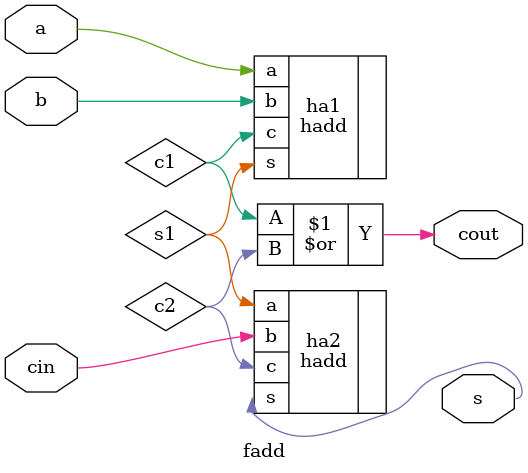
<source format=v>
module fadd (
    input wire a,
    input wire b,
    input wire cin,
    output wire s,
    output wire cout
);

wire s1, c1, c2;

// Primeiro half-adder: soma a + b
hadd ha1 (
    .a(a),
    .b(b),
    .s(s1),
    .c(c1)
);

// Segundo half-adder: soma s1 + cin
hadd ha2 (
    .a(s1),
    .b(cin),
    .s(s),
    .c(c2)
);

// Carry final é OR dos dois carries parciais
assign cout = c1 | c2;

endmodule

</source>
